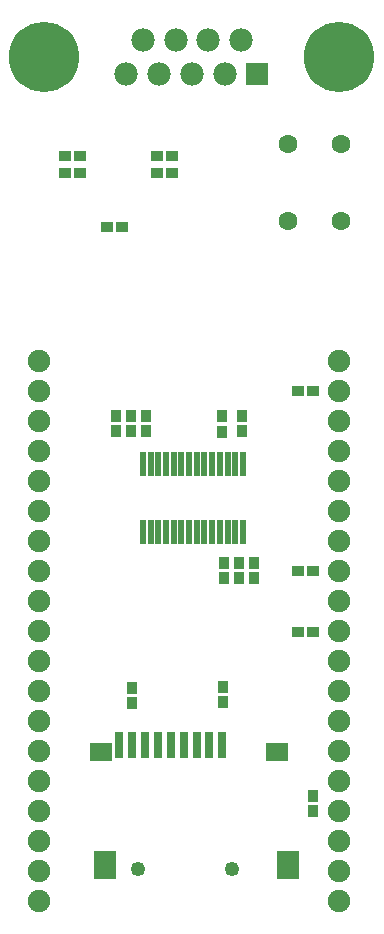
<source format=gbr>
G04 DipTrace 3.3.1.3*
G04 TopMask.gbr*
%MOIN*%
G04 #@! TF.FileFunction,Soldermask,Top*
G04 #@! TF.Part,Single*
%ADD36C,0.049213*%
%ADD44R,0.023628X0.078746*%
%ADD46C,0.074809*%
%ADD50R,0.076778X0.096463*%
%ADD52R,0.076778X0.064967*%
%ADD54R,0.031502X0.08662*%
%ADD56C,0.062998*%
%ADD58C,0.23414*%
%ADD60C,0.07788*%
%ADD62R,0.07788X0.07788*%
%ADD64R,0.043313X0.035439*%
%ADD66R,0.035439X0.043313*%
%FSLAX26Y26*%
G04*
G70*
G90*
G75*
G01*
G04 TopMask*
%LPD*%
D66*
X1193702Y2007478D3*
Y2058659D3*
X1234198Y1568478D3*
Y1517297D3*
X1134824Y1568764D3*
Y1517583D3*
X1184824Y1568764D3*
Y1517583D3*
X1128456Y2057478D3*
Y2006297D3*
D64*
X962453Y2868700D3*
X911272D3*
X656202D3*
X605021D3*
D62*
X1245736Y3200283D3*
D60*
X1136734D3*
X1027731D3*
X918729D3*
X809726D3*
X1191734Y3312277D3*
X1082731D3*
X973729D3*
X864726D3*
D58*
X1519739Y3256280D3*
X535723D3*
D64*
X1381202Y1543700D3*
X1432383D3*
X962453Y2924949D3*
X911272D3*
X1381201Y2143700D3*
X1432382D3*
X1381202Y1337449D3*
X1432383D3*
X656202Y2924951D3*
X605021D3*
D66*
X1431202Y793700D3*
Y742519D3*
X827944Y1151987D3*
Y1100806D3*
X1131202Y1156200D3*
Y1105019D3*
D64*
X794883Y2687449D3*
X743702D3*
D66*
X874196Y2007478D3*
Y2058659D3*
X824196Y2007478D3*
Y2058659D3*
X774196Y2007478D3*
Y2058659D3*
D56*
X1526036Y2708482D3*
Y2964388D3*
X1348870D3*
Y2708482D3*
D54*
X783337Y962516D3*
X826645D3*
X869952D3*
X913259D3*
X956566D3*
X999873D3*
X1043180D3*
X1086487D3*
X1129794D3*
D52*
X724243Y938934D3*
X1313042Y938582D3*
D50*
X1349353Y560697D3*
X737735Y560833D3*
D36*
X848574Y550340D3*
X1163023D3*
D46*
X1518702Y443700D3*
Y543700D3*
Y643700D3*
Y743700D3*
Y843700D3*
Y943700D3*
Y1043700D3*
Y1143700D3*
Y1243700D3*
Y1343700D3*
Y1443700D3*
Y1543700D3*
Y1643700D3*
Y1743700D3*
Y1843700D3*
Y1943700D3*
Y2043700D3*
Y2143700D3*
Y2243700D3*
X518702D3*
Y2143700D3*
Y2043700D3*
Y1943700D3*
Y1843700D3*
Y1743700D3*
Y1643700D3*
Y1543700D3*
Y1443700D3*
Y1343700D3*
Y1243700D3*
Y1143700D3*
Y1043700D3*
Y943700D3*
Y843700D3*
Y743700D3*
Y643700D3*
Y543700D3*
Y443700D3*
D44*
X1197771Y1900381D3*
X1172180D3*
X1146589D3*
X1120999D3*
X1095408D3*
X1069818D3*
X1044227D3*
X1018637D3*
X993046D3*
X967456D3*
X941865D3*
X916274D3*
X890684D3*
X865093D3*
Y1672027D3*
X890684Y1672035D3*
X916274D3*
X941865D3*
X967456D3*
X993046D3*
X1018637D3*
X1044227D3*
X1069818D3*
X1095408D3*
X1120999D3*
X1146589D3*
X1172180D3*
X1197771D3*
M02*

</source>
